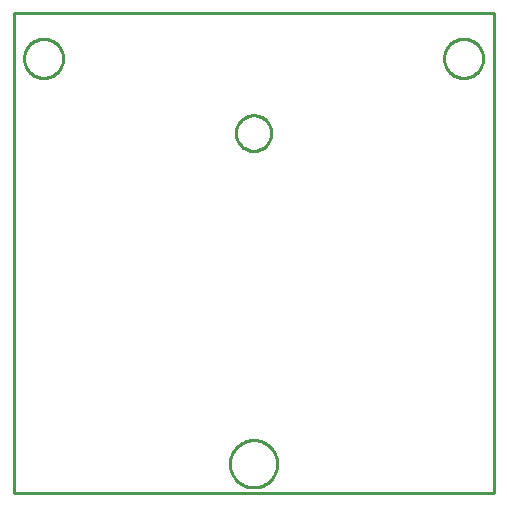
<source format=gbr>
G04 EAGLE Gerber RS-274X export*
G75*
%MOMM*%
%FSLAX34Y34*%
%LPD*%
%IN*%
%IPPOS*%
%AMOC8*
5,1,8,0,0,1.08239X$1,22.5*%
G01*
%ADD10C,0.254000*%


D10*
X0Y0D02*
X406400Y0D01*
X406400Y406400D01*
X0Y406400D01*
X0Y0D01*
X223200Y25704D02*
X223127Y26911D01*
X222981Y28111D01*
X222763Y29300D01*
X222474Y30473D01*
X222115Y31627D01*
X221686Y32757D01*
X221190Y33859D01*
X220628Y34930D01*
X220003Y35964D01*
X219316Y36959D01*
X218571Y37910D01*
X217769Y38815D01*
X216915Y39669D01*
X216010Y40471D01*
X215059Y41216D01*
X214064Y41903D01*
X213030Y42528D01*
X211959Y43090D01*
X210857Y43586D01*
X209727Y44015D01*
X208573Y44374D01*
X207400Y44663D01*
X206211Y44881D01*
X205011Y45027D01*
X203804Y45100D01*
X202596Y45100D01*
X201389Y45027D01*
X200189Y44881D01*
X199000Y44663D01*
X197827Y44374D01*
X196673Y44015D01*
X195543Y43586D01*
X194441Y43090D01*
X193370Y42528D01*
X192336Y41903D01*
X191341Y41216D01*
X190390Y40471D01*
X189485Y39669D01*
X188631Y38815D01*
X187829Y37910D01*
X187084Y36959D01*
X186397Y35964D01*
X185772Y34930D01*
X185210Y33859D01*
X184714Y32757D01*
X184285Y31627D01*
X183926Y30473D01*
X183637Y29300D01*
X183419Y28111D01*
X183273Y26911D01*
X183200Y25704D01*
X183200Y24496D01*
X183273Y23289D01*
X183419Y22089D01*
X183637Y20900D01*
X183926Y19727D01*
X184285Y18573D01*
X184714Y17443D01*
X185210Y16341D01*
X185772Y15270D01*
X186397Y14236D01*
X187084Y13241D01*
X187829Y12290D01*
X188631Y11385D01*
X189485Y10531D01*
X190390Y9729D01*
X191341Y8984D01*
X192336Y8297D01*
X193370Y7672D01*
X194441Y7110D01*
X195543Y6614D01*
X196673Y6185D01*
X197827Y5826D01*
X199000Y5537D01*
X200189Y5319D01*
X201389Y5173D01*
X202596Y5100D01*
X203804Y5100D01*
X205011Y5173D01*
X206211Y5319D01*
X207400Y5537D01*
X208573Y5826D01*
X209727Y6185D01*
X210857Y6614D01*
X211959Y7110D01*
X213030Y7672D01*
X214064Y8297D01*
X215059Y8984D01*
X216010Y9729D01*
X216915Y10531D01*
X217769Y11385D01*
X218571Y12290D01*
X219316Y13241D01*
X220003Y14236D01*
X220628Y15270D01*
X221190Y16341D01*
X221686Y17443D01*
X222115Y18573D01*
X222474Y19727D01*
X222763Y20900D01*
X222981Y22089D01*
X223127Y23289D01*
X223200Y24496D01*
X223200Y25704D01*
X218200Y305636D02*
X218124Y306704D01*
X217971Y307765D01*
X217743Y308812D01*
X217441Y309840D01*
X217067Y310844D01*
X216622Y311819D01*
X216108Y312759D01*
X215529Y313660D01*
X214887Y314518D01*
X214185Y315328D01*
X213428Y316085D01*
X212618Y316787D01*
X211760Y317429D01*
X210859Y318008D01*
X209919Y318522D01*
X208944Y318967D01*
X207940Y319341D01*
X206912Y319643D01*
X205865Y319871D01*
X204804Y320024D01*
X203736Y320100D01*
X202664Y320100D01*
X201596Y320024D01*
X200535Y319871D01*
X199488Y319643D01*
X198460Y319341D01*
X197456Y318967D01*
X196481Y318522D01*
X195541Y318008D01*
X194640Y317429D01*
X193782Y316787D01*
X192972Y316085D01*
X192215Y315328D01*
X191513Y314518D01*
X190871Y313660D01*
X190292Y312759D01*
X189778Y311819D01*
X189333Y310844D01*
X188959Y309840D01*
X188657Y308812D01*
X188429Y307765D01*
X188276Y306704D01*
X188200Y305636D01*
X188200Y304564D01*
X188276Y303496D01*
X188429Y302435D01*
X188657Y301388D01*
X188959Y300360D01*
X189333Y299356D01*
X189778Y298381D01*
X190292Y297441D01*
X190871Y296540D01*
X191513Y295682D01*
X192215Y294872D01*
X192972Y294115D01*
X193782Y293413D01*
X194640Y292771D01*
X195541Y292192D01*
X196481Y291678D01*
X197456Y291233D01*
X198460Y290859D01*
X199488Y290557D01*
X200535Y290329D01*
X201596Y290176D01*
X202664Y290100D01*
X203736Y290100D01*
X204804Y290176D01*
X205865Y290329D01*
X206912Y290557D01*
X207940Y290859D01*
X208944Y291233D01*
X209919Y291678D01*
X210859Y292192D01*
X211760Y292771D01*
X212618Y293413D01*
X213428Y294115D01*
X214185Y294872D01*
X214887Y295682D01*
X215529Y296540D01*
X216108Y297441D01*
X216622Y298381D01*
X217067Y299356D01*
X217441Y300360D01*
X217743Y301388D01*
X217971Y302435D01*
X218124Y303496D01*
X218200Y304564D01*
X218200Y305636D01*
X364490Y367760D02*
X364561Y366681D01*
X364702Y365609D01*
X364913Y364549D01*
X365192Y363505D01*
X365540Y362481D01*
X365954Y361483D01*
X366432Y360513D01*
X366972Y359577D01*
X367573Y358678D01*
X368231Y357821D01*
X368944Y357008D01*
X369708Y356244D01*
X370521Y355531D01*
X371378Y354873D01*
X372277Y354272D01*
X373213Y353732D01*
X374183Y353254D01*
X375181Y352840D01*
X376205Y352492D01*
X377249Y352213D01*
X378309Y352002D01*
X379381Y351861D01*
X380460Y351790D01*
X381540Y351790D01*
X382619Y351861D01*
X383691Y352002D01*
X384751Y352213D01*
X385795Y352492D01*
X386819Y352840D01*
X387817Y353254D01*
X388787Y353732D01*
X389723Y354272D01*
X390622Y354873D01*
X391479Y355531D01*
X392292Y356244D01*
X393057Y357008D01*
X393769Y357821D01*
X394427Y358678D01*
X395028Y359577D01*
X395568Y360513D01*
X396046Y361483D01*
X396460Y362481D01*
X396808Y363505D01*
X397087Y364549D01*
X397298Y365609D01*
X397439Y366681D01*
X397510Y367760D01*
X397510Y368840D01*
X397439Y369919D01*
X397298Y370991D01*
X397087Y372051D01*
X396808Y373095D01*
X396460Y374119D01*
X396046Y375117D01*
X395568Y376087D01*
X395028Y377023D01*
X394427Y377922D01*
X393769Y378779D01*
X393057Y379592D01*
X392292Y380357D01*
X391479Y381069D01*
X390622Y381727D01*
X389723Y382328D01*
X388787Y382868D01*
X387817Y383346D01*
X386819Y383760D01*
X385795Y384108D01*
X384751Y384387D01*
X383691Y384598D01*
X382619Y384739D01*
X381540Y384810D01*
X380460Y384810D01*
X379381Y384739D01*
X378309Y384598D01*
X377249Y384387D01*
X376205Y384108D01*
X375181Y383760D01*
X374183Y383346D01*
X373213Y382868D01*
X372277Y382328D01*
X371378Y381727D01*
X370521Y381069D01*
X369708Y380357D01*
X368944Y379592D01*
X368231Y378779D01*
X367573Y377922D01*
X366972Y377023D01*
X366432Y376087D01*
X365954Y375117D01*
X365540Y374119D01*
X365192Y373095D01*
X364913Y372051D01*
X364702Y370991D01*
X364561Y369919D01*
X364490Y368840D01*
X364490Y367760D01*
X8890Y367760D02*
X8961Y366681D01*
X9102Y365609D01*
X9313Y364549D01*
X9592Y363505D01*
X9940Y362481D01*
X10354Y361483D01*
X10832Y360513D01*
X11372Y359577D01*
X11973Y358678D01*
X12631Y357821D01*
X13344Y357008D01*
X14108Y356244D01*
X14921Y355531D01*
X15778Y354873D01*
X16677Y354272D01*
X17613Y353732D01*
X18583Y353254D01*
X19581Y352840D01*
X20605Y352492D01*
X21649Y352213D01*
X22709Y352002D01*
X23781Y351861D01*
X24860Y351790D01*
X25940Y351790D01*
X27019Y351861D01*
X28091Y352002D01*
X29151Y352213D01*
X30195Y352492D01*
X31219Y352840D01*
X32217Y353254D01*
X33187Y353732D01*
X34123Y354272D01*
X35022Y354873D01*
X35879Y355531D01*
X36692Y356244D01*
X37457Y357008D01*
X38169Y357821D01*
X38827Y358678D01*
X39428Y359577D01*
X39968Y360513D01*
X40446Y361483D01*
X40860Y362481D01*
X41208Y363505D01*
X41487Y364549D01*
X41698Y365609D01*
X41839Y366681D01*
X41910Y367760D01*
X41910Y368840D01*
X41839Y369919D01*
X41698Y370991D01*
X41487Y372051D01*
X41208Y373095D01*
X40860Y374119D01*
X40446Y375117D01*
X39968Y376087D01*
X39428Y377023D01*
X38827Y377922D01*
X38169Y378779D01*
X37457Y379592D01*
X36692Y380357D01*
X35879Y381069D01*
X35022Y381727D01*
X34123Y382328D01*
X33187Y382868D01*
X32217Y383346D01*
X31219Y383760D01*
X30195Y384108D01*
X29151Y384387D01*
X28091Y384598D01*
X27019Y384739D01*
X25940Y384810D01*
X24860Y384810D01*
X23781Y384739D01*
X22709Y384598D01*
X21649Y384387D01*
X20605Y384108D01*
X19581Y383760D01*
X18583Y383346D01*
X17613Y382868D01*
X16677Y382328D01*
X15778Y381727D01*
X14921Y381069D01*
X14108Y380357D01*
X13344Y379592D01*
X12631Y378779D01*
X11973Y377922D01*
X11372Y377023D01*
X10832Y376087D01*
X10354Y375117D01*
X9940Y374119D01*
X9592Y373095D01*
X9313Y372051D01*
X9102Y370991D01*
X8961Y369919D01*
X8890Y368840D01*
X8890Y367760D01*
M02*

</source>
